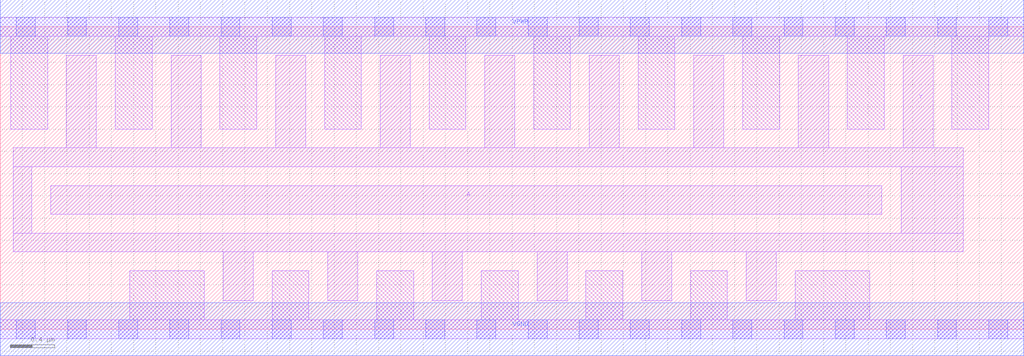
<source format=lef>
# Copyright 2020 The SkyWater PDK Authors
#
# Licensed under the Apache License, Version 2.0 (the "License");
# you may not use this file except in compliance with the License.
# You may obtain a copy of the License at
#
#     https://www.apache.org/licenses/LICENSE-2.0
#
# Unless required by applicable law or agreed to in writing, software
# distributed under the License is distributed on an "AS IS" BASIS,
# WITHOUT WARRANTIES OR CONDITIONS OF ANY KIND, either express or implied.
# See the License for the specific language governing permissions and
# limitations under the License.
#
# SPDX-License-Identifier: Apache-2.0

VERSION 5.7 ;
  NOWIREEXTENSIONATPIN ON ;
  DIVIDERCHAR "/" ;
  BUSBITCHARS "[]" ;
UNITS
  DATABASE MICRONS 200 ;
END UNITS
PROPERTYDEFINITIONS
  MACRO maskLayoutSubType STRING ;
  MACRO prCellType STRING ;
  MACRO originalViewName STRING ;
END PROPERTYDEFINITIONS
MACRO sky130_fd_sc_hdll__clkinv_12
  CLASS CORE ;
  FOREIGN sky130_fd_sc_hdll__clkinv_12 ;
  ORIGIN  0.000000  0.000000 ;
  SIZE  9.200000 BY  2.720000 ;
  SYMMETRY X Y R90 ;
  SITE unithd ;
  PIN A
    ANTENNAGATEAREA  3.996000 ;
    DIRECTION INPUT ;
    USE SIGNAL ;
    PORT
      LAYER li1 ;
        RECT 0.455000 1.035000 7.925000 1.290000 ;
    END
  END A
  PIN Y
    ANTENNADIFFAREA  3.290400 ;
    DIRECTION OUTPUT ;
    USE SIGNAL ;
    PORT
      LAYER li1 ;
        RECT 0.115000 0.695000 8.655000 0.865000 ;
        RECT 0.115000 0.865000 0.285000 1.460000 ;
        RECT 0.115000 1.460000 8.655000 1.630000 ;
        RECT 0.595000 1.630000 0.865000 2.465000 ;
        RECT 1.535000 1.630000 1.805000 2.465000 ;
        RECT 2.005000 0.255000 2.275000 0.695000 ;
        RECT 2.475000 1.630000 2.745000 2.465000 ;
        RECT 2.945000 0.255000 3.215000 0.695000 ;
        RECT 3.415000 1.630000 3.685000 2.465000 ;
        RECT 3.885000 0.255000 4.155000 0.695000 ;
        RECT 4.355000 1.630000 4.625000 2.465000 ;
        RECT 4.825000 0.255000 5.095000 0.695000 ;
        RECT 5.295000 1.630000 5.565000 2.465000 ;
        RECT 5.765000 0.255000 6.035000 0.695000 ;
        RECT 6.235000 1.630000 6.505000 2.465000 ;
        RECT 6.705000 0.255000 6.975000 0.695000 ;
        RECT 7.175000 1.630000 7.445000 2.465000 ;
        RECT 8.100000 0.865000 8.655000 1.460000 ;
        RECT 8.115000 1.630000 8.385000 2.465000 ;
    END
  END Y
  PIN VGND
    DIRECTION INOUT ;
    USE GROUND ;
    PORT
      LAYER met1 ;
        RECT 0.000000 -0.240000 9.200000 0.240000 ;
    END
  END VGND
  PIN VPWR
    DIRECTION INOUT ;
    USE POWER ;
    PORT
      LAYER met1 ;
        RECT 0.000000 2.480000 9.200000 2.960000 ;
    END
  END VPWR
  OBS
    LAYER li1 ;
      RECT 0.000000 -0.085000 9.200000 0.085000 ;
      RECT 0.000000  2.635000 9.200000 2.805000 ;
      RECT 0.095000  1.800000 0.425000 2.635000 ;
      RECT 1.035000  1.800000 1.365000 2.635000 ;
      RECT 1.165000  0.085000 1.835000 0.525000 ;
      RECT 1.975000  1.800000 2.305000 2.635000 ;
      RECT 2.445000  0.085000 2.775000 0.525000 ;
      RECT 2.915000  1.800000 3.245000 2.635000 ;
      RECT 3.385000  0.085000 3.715000 0.525000 ;
      RECT 3.855000  1.800000 4.185000 2.635000 ;
      RECT 4.325000  0.085000 4.655000 0.525000 ;
      RECT 4.795000  1.800000 5.125000 2.635000 ;
      RECT 5.265000  0.085000 5.595000 0.525000 ;
      RECT 5.735000  1.800000 6.065000 2.635000 ;
      RECT 6.205000  0.085000 6.535000 0.525000 ;
      RECT 6.675000  1.800000 7.005000 2.635000 ;
      RECT 7.145000  0.085000 7.815000 0.525000 ;
      RECT 7.615000  1.800000 7.945000 2.635000 ;
      RECT 8.555000  1.800000 8.885000 2.635000 ;
    LAYER mcon ;
      RECT 0.145000 -0.085000 0.315000 0.085000 ;
      RECT 0.145000  2.635000 0.315000 2.805000 ;
      RECT 0.605000 -0.085000 0.775000 0.085000 ;
      RECT 0.605000  2.635000 0.775000 2.805000 ;
      RECT 1.065000 -0.085000 1.235000 0.085000 ;
      RECT 1.065000  2.635000 1.235000 2.805000 ;
      RECT 1.525000 -0.085000 1.695000 0.085000 ;
      RECT 1.525000  2.635000 1.695000 2.805000 ;
      RECT 1.985000 -0.085000 2.155000 0.085000 ;
      RECT 1.985000  2.635000 2.155000 2.805000 ;
      RECT 2.445000 -0.085000 2.615000 0.085000 ;
      RECT 2.445000  2.635000 2.615000 2.805000 ;
      RECT 2.905000 -0.085000 3.075000 0.085000 ;
      RECT 2.905000  2.635000 3.075000 2.805000 ;
      RECT 3.365000 -0.085000 3.535000 0.085000 ;
      RECT 3.365000  2.635000 3.535000 2.805000 ;
      RECT 3.825000 -0.085000 3.995000 0.085000 ;
      RECT 3.825000  2.635000 3.995000 2.805000 ;
      RECT 4.285000 -0.085000 4.455000 0.085000 ;
      RECT 4.285000  2.635000 4.455000 2.805000 ;
      RECT 4.745000 -0.085000 4.915000 0.085000 ;
      RECT 4.745000  2.635000 4.915000 2.805000 ;
      RECT 5.205000 -0.085000 5.375000 0.085000 ;
      RECT 5.205000  2.635000 5.375000 2.805000 ;
      RECT 5.665000 -0.085000 5.835000 0.085000 ;
      RECT 5.665000  2.635000 5.835000 2.805000 ;
      RECT 6.125000 -0.085000 6.295000 0.085000 ;
      RECT 6.125000  2.635000 6.295000 2.805000 ;
      RECT 6.585000 -0.085000 6.755000 0.085000 ;
      RECT 6.585000  2.635000 6.755000 2.805000 ;
      RECT 7.045000 -0.085000 7.215000 0.085000 ;
      RECT 7.045000  2.635000 7.215000 2.805000 ;
      RECT 7.505000 -0.085000 7.675000 0.085000 ;
      RECT 7.505000  2.635000 7.675000 2.805000 ;
      RECT 7.965000 -0.085000 8.135000 0.085000 ;
      RECT 7.965000  2.635000 8.135000 2.805000 ;
      RECT 8.425000 -0.085000 8.595000 0.085000 ;
      RECT 8.425000  2.635000 8.595000 2.805000 ;
      RECT 8.885000 -0.085000 9.055000 0.085000 ;
      RECT 8.885000  2.635000 9.055000 2.805000 ;
  END
  PROPERTY maskLayoutSubType "abstract" ;
  PROPERTY prCellType "standard" ;
  PROPERTY originalViewName "layout" ;
END sky130_fd_sc_hdll__clkinv_12
END LIBRARY

</source>
